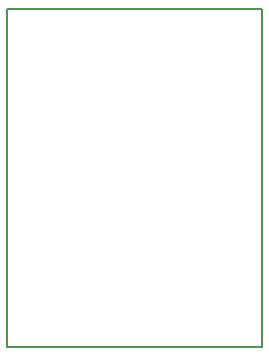
<source format=gko>
G04 DipTrace 3.1.0.0*
G04 MSP430FR2311Breakout.gko*
%MOIN*%
G04 #@! TF.FileFunction,Profile*
G04 #@! TF.Part,Single*
%ADD11C,0.006*%
%FSLAX26Y26*%
G04*
G70*
G90*
G75*
G01*
G04 BoardOutline*
%LPD*%
X394000Y394000D2*
D11*
X1244000D1*
X1244089Y1519118D1*
X394000D1*
Y394000D1*
M02*

</source>
